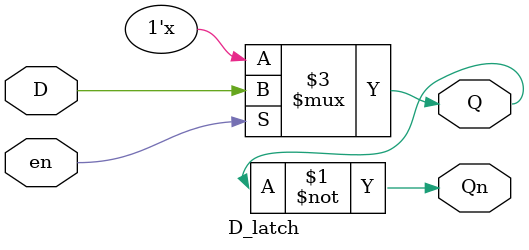
<source format=v>
`timescale 1ns / 1ps

module D_latch(
    input D,en,
    output reg Q,
    output Qn
    );
    assign Qn = ~Q;
    
    always @(en,D) begin
      
      if(en)
         Q <= D;
         
    end 
endmodule

</source>
